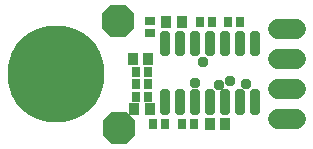
<source format=gbr>
G04 EAGLE Gerber RS-274X export*
G75*
%MOMM*%
%FSLAX34Y34*%
%LPD*%
%INSoldermask Top*%
%IPPOS*%
%AMOC8*
5,1,8,0,0,1.08239X$1,22.5*%
G01*
%ADD10C,0.506016*%
%ADD11R,0.803200X0.903200*%
%ADD12R,0.903200X0.803200*%
%ADD13R,0.903200X1.103200*%
%ADD14C,1.727200*%
%ADD15P,2.982959X8X112.500000*%
%ADD16C,8.203200*%
%ADD17P,2.982959X8X22.500000*%
%ADD18C,0.959600*%


D10*
X230086Y237586D02*
X230086Y220914D01*
X227114Y220914D01*
X227114Y237586D01*
X230086Y237586D01*
X230086Y225721D02*
X227114Y225721D01*
X227114Y230528D02*
X230086Y230528D01*
X230086Y235335D02*
X227114Y235335D01*
X242786Y237586D02*
X242786Y220914D01*
X239814Y220914D01*
X239814Y237586D01*
X242786Y237586D01*
X242786Y225721D02*
X239814Y225721D01*
X239814Y230528D02*
X242786Y230528D01*
X242786Y235335D02*
X239814Y235335D01*
X255486Y237586D02*
X255486Y220914D01*
X252514Y220914D01*
X252514Y237586D01*
X255486Y237586D01*
X255486Y225721D02*
X252514Y225721D01*
X252514Y230528D02*
X255486Y230528D01*
X255486Y235335D02*
X252514Y235335D01*
X268186Y237586D02*
X268186Y220914D01*
X265214Y220914D01*
X265214Y237586D01*
X268186Y237586D01*
X268186Y225721D02*
X265214Y225721D01*
X265214Y230528D02*
X268186Y230528D01*
X268186Y235335D02*
X265214Y235335D01*
X280886Y237586D02*
X280886Y220914D01*
X277914Y220914D01*
X277914Y237586D01*
X280886Y237586D01*
X280886Y225721D02*
X277914Y225721D01*
X277914Y230528D02*
X280886Y230528D01*
X280886Y235335D02*
X277914Y235335D01*
X293586Y237586D02*
X293586Y220914D01*
X290614Y220914D01*
X290614Y237586D01*
X293586Y237586D01*
X293586Y225721D02*
X290614Y225721D01*
X290614Y230528D02*
X293586Y230528D01*
X293586Y235335D02*
X290614Y235335D01*
X306286Y237586D02*
X306286Y220914D01*
X303314Y220914D01*
X303314Y237586D01*
X306286Y237586D01*
X306286Y225721D02*
X303314Y225721D01*
X303314Y230528D02*
X306286Y230528D01*
X306286Y235335D02*
X303314Y235335D01*
X306286Y270414D02*
X306286Y287086D01*
X306286Y270414D02*
X303314Y270414D01*
X303314Y287086D01*
X306286Y287086D01*
X306286Y275221D02*
X303314Y275221D01*
X303314Y280028D02*
X306286Y280028D01*
X306286Y284835D02*
X303314Y284835D01*
X293586Y287086D02*
X293586Y270414D01*
X290614Y270414D01*
X290614Y287086D01*
X293586Y287086D01*
X293586Y275221D02*
X290614Y275221D01*
X290614Y280028D02*
X293586Y280028D01*
X293586Y284835D02*
X290614Y284835D01*
X280886Y287086D02*
X280886Y270414D01*
X277914Y270414D01*
X277914Y287086D01*
X280886Y287086D01*
X280886Y275221D02*
X277914Y275221D01*
X277914Y280028D02*
X280886Y280028D01*
X280886Y284835D02*
X277914Y284835D01*
X268186Y287086D02*
X268186Y270414D01*
X265214Y270414D01*
X265214Y287086D01*
X268186Y287086D01*
X268186Y275221D02*
X265214Y275221D01*
X265214Y280028D02*
X268186Y280028D01*
X268186Y284835D02*
X265214Y284835D01*
X255486Y287086D02*
X255486Y270414D01*
X252514Y270414D01*
X252514Y287086D01*
X255486Y287086D01*
X255486Y275221D02*
X252514Y275221D01*
X252514Y280028D02*
X255486Y280028D01*
X255486Y284835D02*
X252514Y284835D01*
X242786Y287086D02*
X242786Y270414D01*
X239814Y270414D01*
X239814Y287086D01*
X242786Y287086D01*
X242786Y275221D02*
X239814Y275221D01*
X239814Y280028D02*
X242786Y280028D01*
X242786Y284835D02*
X239814Y284835D01*
X230086Y287086D02*
X230086Y270414D01*
X227114Y270414D01*
X227114Y287086D01*
X230086Y287086D01*
X230086Y275221D02*
X227114Y275221D01*
X227114Y280028D02*
X230086Y280028D01*
X230086Y284835D02*
X227114Y284835D01*
D11*
X214296Y233426D03*
X204296Y233426D03*
X252650Y210820D03*
X242650Y210820D03*
X228266Y210566D03*
X218266Y210566D03*
X204042Y244094D03*
X214042Y244094D03*
X282020Y297180D03*
X292020Y297180D03*
X257890Y297180D03*
X267890Y297180D03*
X214042Y254508D03*
X204042Y254508D03*
D12*
X215646Y297862D03*
X215646Y287862D03*
D13*
X201526Y265684D03*
X214526Y265684D03*
X242720Y296672D03*
X229720Y296672D03*
X279550Y210820D03*
X266550Y210820D03*
D14*
X324104Y290830D02*
X339344Y290830D01*
X339344Y265430D02*
X324104Y265430D01*
X324104Y240030D02*
X339344Y240030D01*
X339344Y214630D02*
X324104Y214630D01*
D15*
X189484Y207264D03*
D16*
X136144Y252730D03*
D17*
X188722Y297942D03*
D13*
X202542Y223012D03*
X215542Y223012D03*
D18*
X297434Y244122D03*
X254000Y245110D03*
X274574Y243586D03*
X283438Y246860D03*
X260477Y263017D03*
M02*

</source>
